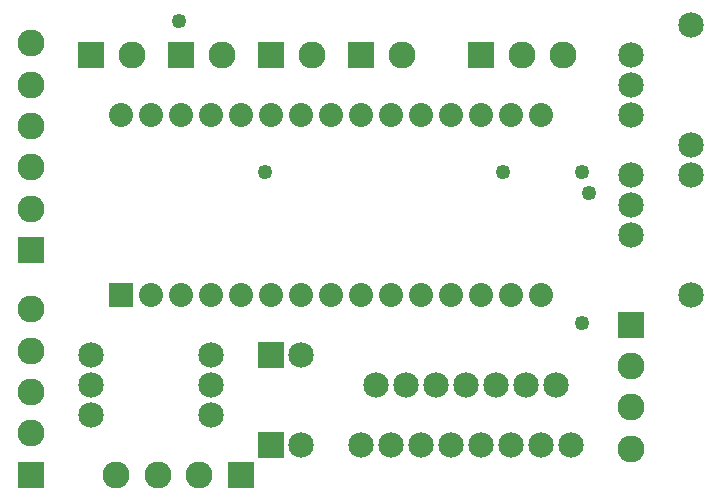
<source format=gbs>
G04 MADE WITH FRITZING*
G04 WWW.FRITZING.ORG*
G04 DOUBLE SIDED*
G04 HOLES PLATED*
G04 CONTOUR ON CENTER OF CONTOUR VECTOR*
%ASAXBY*%
%FSLAX23Y23*%
%MOIN*%
%OFA0B0*%
%SFA1.0B1.0*%
%ADD10C,0.084803*%
%ADD11C,0.085000*%
%ADD12C,0.049370*%
%ADD13C,0.090000*%
%ADD14C,0.080000*%
%ADD15R,0.085000X0.085000*%
%ADD16R,0.090000X0.090000*%
%ADD17R,0.080000X0.079972*%
%LNMASK0*%
G90*
G70*
G54D10*
X1317Y506D03*
X1417Y506D03*
X1517Y506D03*
X1617Y506D03*
X1717Y506D03*
X1817Y506D03*
X1917Y506D03*
X1267Y306D03*
X1367Y306D03*
X1467Y306D03*
X1567Y306D03*
X1667Y306D03*
X1767Y306D03*
X1867Y306D03*
X1967Y306D03*
G54D11*
X967Y606D03*
X1067Y606D03*
X967Y306D03*
X1067Y306D03*
G54D12*
X2004Y1215D03*
X1740Y1215D03*
X2004Y711D03*
X2028Y1143D03*
X948Y1215D03*
X660Y1719D03*
G54D13*
X167Y955D03*
X167Y1092D03*
X167Y1230D03*
X167Y1368D03*
X167Y1506D03*
X167Y1644D03*
X167Y206D03*
X167Y344D03*
X167Y481D03*
X167Y619D03*
X167Y757D03*
X367Y1606D03*
X505Y1606D03*
X967Y1606D03*
X1105Y1606D03*
X1667Y1606D03*
X1805Y1606D03*
X1942Y1606D03*
X867Y206D03*
X729Y206D03*
X591Y206D03*
X453Y206D03*
X2167Y706D03*
X2167Y568D03*
X2167Y430D03*
X2167Y292D03*
X1267Y1606D03*
X1405Y1606D03*
X667Y1606D03*
X805Y1606D03*
G54D14*
X467Y806D03*
X567Y806D03*
X667Y806D03*
X767Y806D03*
X867Y806D03*
X967Y806D03*
X1067Y806D03*
X1167Y806D03*
X1267Y806D03*
X1367Y806D03*
X1467Y806D03*
X1567Y806D03*
X1667Y806D03*
X1767Y806D03*
X1867Y806D03*
X467Y1406D03*
X567Y1406D03*
X667Y1406D03*
X767Y1406D03*
X867Y1406D03*
X967Y1406D03*
X1067Y1406D03*
X1167Y1406D03*
X1267Y1406D03*
X1367Y1406D03*
X1467Y1406D03*
X1567Y1406D03*
X1667Y1406D03*
X1767Y1406D03*
X1867Y1406D03*
G54D11*
X367Y406D03*
X767Y406D03*
X367Y506D03*
X767Y506D03*
X367Y606D03*
X767Y606D03*
X2367Y1306D03*
X2367Y1706D03*
X2367Y1206D03*
X2367Y806D03*
X2167Y1606D03*
X2167Y1506D03*
X2167Y1406D03*
X2167Y1206D03*
X2167Y1106D03*
X2167Y1006D03*
G54D15*
X967Y606D03*
X967Y306D03*
G54D16*
X167Y955D03*
X167Y206D03*
X367Y1606D03*
X967Y1606D03*
X1667Y1606D03*
X867Y206D03*
X2167Y706D03*
X1267Y1606D03*
X667Y1606D03*
G54D17*
X467Y806D03*
G04 End of Mask0*
M02*
</source>
